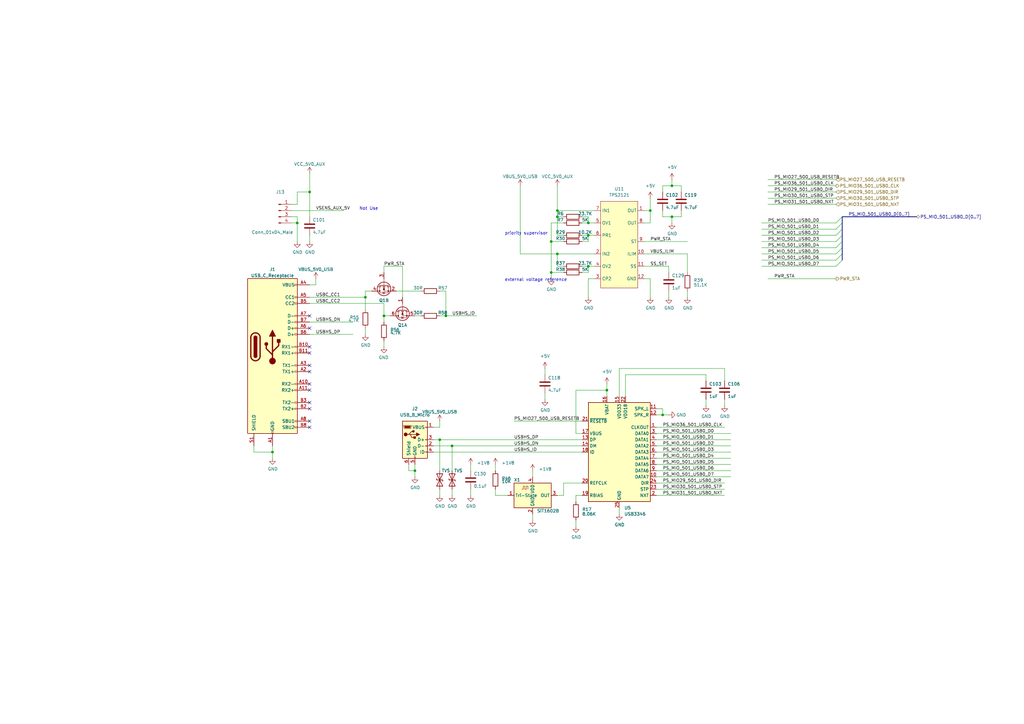
<source format=kicad_sch>
(kicad_sch (version 20220126) (generator eeschema)
  (paper "A3")
  (lib_symbols
    (symbol "7z010_ddr:USB_B_Micro" (pin_names (offset 1.016))
      (property "Reference" "J2" (at 0 12.7 0))
      (property "Value" "USB_B_Micro" (at 0 10.16 0))
      (symbol "USB_B_Micro_0_1"
        (rectangle (start -5.08 -7.62) (end 5.08 7.62) (stroke (width 0.254)) (fill (type background)))
        (circle (center -3.81 2.159) (radius 0.635) (stroke (width 0.254)) (fill (type outline)))
        (circle (center -0.635 3.429) (radius 0.381) (stroke (width 0.254)) (fill (type outline)))
        (rectangle (start -0.127 -7.62) (end 0.127 -6.858))
        (polyline (pts (xy -1.905 2.159) (xy 0.635 2.159)) (stroke (width 0.254)))
        (polyline (pts (xy -3.175 2.159) (xy -2.54 2.159) (xy -1.27 3.429) (xy -0.635 3.429)) (stroke (width 0.254)))
        (polyline (pts (xy -2.54 2.159) (xy -1.905 2.159) (xy -1.27 0.889) (xy 0 0.889)) (stroke (width 0.254)))
        (polyline (pts (xy 0.635 2.794) (xy 0.635 1.524) (xy 1.905 2.159) (xy 0.635 2.794)) (stroke (width 0.254)) (fill (type outline)))
        (polyline (pts (xy -4.318 5.588) (xy -1.778 5.588) (xy -2.032 4.826) (xy -4.064 4.826) (xy -4.318 5.588)) (fill (type outline)))
        (polyline (pts (xy -4.699 5.842) (xy -4.699 5.588) (xy -4.445 4.826) (xy -4.445 4.572) (xy -1.651 4.572) (xy -1.651 4.826) (xy -1.397 5.588) (xy -1.397 5.842) (xy -4.699 5.842)))
        (rectangle (start 0.254 1.27) (end -0.508 0.508) (stroke (width 0.254)) (fill (type outline)))
        (rectangle (start 5.08 -5.207) (end 4.318 -4.953))
        (rectangle (start 5.08 -2.667) (end 4.318 -2.413))
        (rectangle (start 5.08 -0.127) (end 4.318 0.127))
        (rectangle (start 5.08 4.953) (end 4.318 5.207))
      )
      (symbol "USB_B_Micro_1_1"
        (pin power_out line (at 7.62 5.08 180) (length 2.54) (name "VBUS") (number "1"))
        (pin bidirectional line (at 7.62 -2.54 180) (length 2.54) (name "D-") (number "2"))
        (pin bidirectional line (at 7.62 0 180) (length 2.54) (name "D+") (number "3"))
        (pin passive line (at 7.62 -5.08 180) (length 2.54) (name "ID") (number "4"))
        (pin passive line (at 0 -10.16 90) (length 2.54) (name "GND") (number "5"))
        (pin passive line (at -2.54 -10.16 90) (length 2.54) (name "Shield") (number "6"))
      )
    )
    (symbol "7z010_ddr:VBUS_5V0_USB" (power) (pin_names (offset 0))
      (property "Value" "VBUS_5V0_USB" (at 0 3.81 0))
      (symbol "VBUS_5V0_USB_0_1"
        (polyline (pts (xy -0.762 1.27) (xy 0 2.54)))
        (polyline (pts (xy 0 0) (xy 0 2.54)))
        (polyline (pts (xy 0 2.54) (xy 0.762 1.27)))
      )
      (symbol "VBUS_5V0_USB_1_1"
        (pin power_in line (at 0 0 180) (length 0) hide (name "VBUS_5V0_USB") (number "1"))
      )
    )
    (symbol "7z010_ddr:VCC_5V0_AUX" (power) (pin_names (offset 0))
      (property "Value" "VCC_5V0_AUX" (at 0 3.81 0))
      (symbol "VCC_5V0_AUX_0_1"
        (polyline (pts (xy -0.762 1.27) (xy 0 2.54)))
        (polyline (pts (xy 0 0) (xy 0 2.54)))
        (polyline (pts (xy 0 2.54) (xy 0.762 1.27)))
      )
      (symbol "VCC_5V0_AUX_1_1"
        (pin power_in line (at 0 0 90) (length 0) hide (name "VCC_5V0_AUX") (number "1"))
      )
    )
    (symbol "Connector:Conn_01x04_Male" (pin_names (offset 1.016) hide)
      (property "Reference" "J" (at 0 5.08 0))
      (property "Value" "Conn_01x04_Male" (at 0 -7.62 0))
      (symbol "Conn_01x04_Male_1_1"
        (polyline (pts (xy 1.27 -5.08) (xy 0.8636 -5.08)) (stroke (width 0.1524)))
        (polyline (pts (xy 1.27 -2.54) (xy 0.8636 -2.54)) (stroke (width 0.1524)))
        (polyline (pts (xy 1.27 0) (xy 0.8636 0)) (stroke (width 0.1524)))
        (polyline (pts (xy 1.27 2.54) (xy 0.8636 2.54)) (stroke (width 0.1524)))
        (rectangle (start 0.8636 -4.953) (end 0 -5.207) (stroke (width 0.1524)) (fill (type outline)))
        (rectangle (start 0.8636 -2.413) (end 0 -2.667) (stroke (width 0.1524)) (fill (type outline)))
        (rectangle (start 0.8636 0.127) (end 0 -0.127) (stroke (width 0.1524)) (fill (type outline)))
        (rectangle (start 0.8636 2.667) (end 0 2.413) (stroke (width 0.1524)) (fill (type outline)))
        (pin passive line (at 5.08 2.54 180) (length 3.81) (name "Pin_1") (number "1"))
        (pin passive line (at 5.08 0 180) (length 3.81) (name "Pin_2") (number "2"))
        (pin passive line (at 5.08 -2.54 180) (length 3.81) (name "Pin_3") (number "3"))
        (pin passive line (at 5.08 -5.08 180) (length 3.81) (name "Pin_4") (number "4"))
      )
    )
    (symbol "Connector:USB_C_Receptacle" (pin_names (offset 1.016))
      (property "Reference" "J" (at -10.16 29.21 0))
      (property "Value" "USB_C_Receptacle" (at 10.16 29.21 0))
      (symbol "USB_C_Receptacle_0_0"
        (rectangle (start -0.254 -35.56) (end 0.254 -34.544))
        (rectangle (start 10.16 -32.766) (end 9.144 -33.274))
        (rectangle (start 10.16 -30.226) (end 9.144 -30.734))
        (rectangle (start 10.16 -25.146) (end 9.144 -25.654))
        (rectangle (start 10.16 -22.606) (end 9.144 -23.114))
        (rectangle (start 10.16 -17.526) (end 9.144 -18.034))
        (rectangle (start 10.16 -14.986) (end 9.144 -15.494))
        (rectangle (start 10.16 -9.906) (end 9.144 -10.414))
        (rectangle (start 10.16 -7.366) (end 9.144 -7.874))
        (rectangle (start 10.16 -2.286) (end 9.144 -2.794))
        (rectangle (start 10.16 0.254) (end 9.144 -0.254))
        (rectangle (start 10.16 5.334) (end 9.144 4.826))
        (rectangle (start 10.16 7.874) (end 9.144 7.366))
        (rectangle (start 10.16 10.414) (end 9.144 9.906))
        (rectangle (start 10.16 12.954) (end 9.144 12.446))
        (rectangle (start 10.16 18.034) (end 9.144 17.526))
        (rectangle (start 10.16 20.574) (end 9.144 20.066))
        (rectangle (start 10.16 25.654) (end 9.144 25.146))
      )
      (symbol "USB_C_Receptacle_0_1"
        (rectangle (start -10.16 27.94) (end 10.16 -35.56) (stroke (width 0.254)) (fill (type background)))
        (arc (start -8.89 -3.81) (mid -6.985 -5.7067) (end -5.08 -3.81) (stroke (width 0.508)))
        (arc (start -7.62 -3.81) (mid -6.985 -4.4422) (end -6.35 -3.81) (stroke (width 0.254)))
        (arc (start -7.62 -3.81) (mid -6.985 -4.4422) (end -6.35 -3.81) (stroke (width 0.254)) (fill (type outline)))
        (rectangle (start -7.62 -3.81) (end -6.35 3.81) (stroke (width 0.254)) (fill (type outline)))
        (arc (start -6.35 3.81) (mid -6.985 4.4422) (end -7.62 3.81) (stroke (width 0.254)))
        (arc (start -6.35 3.81) (mid -6.985 4.4422) (end -7.62 3.81) (stroke (width 0.254)) (fill (type outline)))
        (arc (start -5.08 3.81) (mid -6.985 5.7067) (end -8.89 3.81) (stroke (width 0.508)))
        (polyline (pts (xy -8.89 -3.81) (xy -8.89 3.81)) (stroke (width 0.508)))
        (polyline (pts (xy -5.08 3.81) (xy -5.08 -3.81)) (stroke (width 0.508)))
      )
      (symbol "USB_C_Receptacle_1_1"
        (circle (center -2.54 1.143) (radius 0.635) (stroke (width 0.254)) (fill (type outline)))
        (circle (center 0 -5.842) (radius 1.27) (fill (type outline)))
        (polyline (pts (xy 0 -5.842) (xy 0 4.318)) (stroke (width 0.508)))
        (polyline (pts (xy 0 -3.302) (xy -2.54 -0.762) (xy -2.54 0.508)) (stroke (width 0.508)))
        (polyline (pts (xy 0 -2.032) (xy 2.54 0.508) (xy 2.54 1.778)) (stroke (width 0.508)))
        (polyline (pts (xy -1.27 4.318) (xy 0 6.858) (xy 1.27 4.318) (xy -1.27 4.318)) (stroke (width 0.254)) (fill (type outline)))
        (rectangle (start 1.905 1.778) (end 3.175 3.048) (stroke (width 0.254)) (fill (type outline)))
        (pin passive line (at 0 -40.64 90) (length 5.08) (name "GND") (number "A1"))
        (pin bidirectional line (at 15.24 -15.24 180) (length 5.08) (name "RX2-") (number "A10"))
        (pin bidirectional line (at 15.24 -17.78 180) (length 5.08) (name "RX2+") (number "A11"))
        (pin passive line (at 0 -40.64 90) (length 5.08) hide (name "GND") (number "A12"))
        (pin bidirectional line (at 15.24 -10.16 180) (length 5.08) (name "TX1+") (number "A2"))
        (pin bidirectional line (at 15.24 -7.62 180) (length 5.08) (name "TX1-") (number "A3"))
        (pin passive line (at 15.24 25.4 180) (length 5.08) (name "VBUS") (number "A4"))
        (pin bidirectional line (at 15.24 20.32 180) (length 5.08) (name "CC1") (number "A5"))
        (pin bidirectional line (at 15.24 7.62 180) (length 5.08) (name "D+") (number "A6"))
        (pin bidirectional line (at 15.24 12.7 180) (length 5.08) (name "D-") (number "A7"))
        (pin bidirectional line (at 15.24 -30.48 180) (length 5.08) (name "SBU1") (number "A8"))
        (pin passive line (at 15.24 25.4 180) (length 5.08) hide (name "VBUS") (number "A9"))
        (pin passive line (at 0 -40.64 90) (length 5.08) hide (name "GND") (number "B1"))
        (pin bidirectional line (at 15.24 0 180) (length 5.08) (name "RX1-") (number "B10"))
        (pin bidirectional line (at 15.24 -2.54 180) (length 5.08) (name "RX1+") (number "B11"))
        (pin passive line (at 0 -40.64 90) (length 5.08) hide (name "GND") (number "B12"))
        (pin bidirectional line (at 15.24 -25.4 180) (length 5.08) (name "TX2+") (number "B2"))
        (pin bidirectional line (at 15.24 -22.86 180) (length 5.08) (name "TX2-") (number "B3"))
        (pin passive line (at 15.24 25.4 180) (length 5.08) hide (name "VBUS") (number "B4"))
        (pin bidirectional line (at 15.24 17.78 180) (length 5.08) (name "CC2") (number "B5"))
        (pin bidirectional line (at 15.24 5.08 180) (length 5.08) (name "D+") (number "B6"))
        (pin bidirectional line (at 15.24 10.16 180) (length 5.08) (name "D-") (number "B7"))
        (pin bidirectional line (at 15.24 -33.02 180) (length 5.08) (name "SBU2") (number "B8"))
        (pin passive line (at 15.24 25.4 180) (length 5.08) hide (name "VBUS") (number "B9"))
        (pin passive line (at -7.62 -40.64 90) (length 5.08) (name "SHIELD") (number "S1"))
      )
    )
    (symbol "Device:C" (pin_numbers hide) (pin_names (offset 0.254))
      (property "Reference" "C" (at 0.635 2.54 0))
      (property "Value" "C" (at 0.635 -2.54 0))
      (symbol "C_0_1"
        (polyline (pts (xy -2.032 -0.762) (xy 2.032 -0.762)) (stroke (width 0.508)))
        (polyline (pts (xy -2.032 0.762) (xy 2.032 0.762)) (stroke (width 0.508)))
      )
      (symbol "C_1_1"
        (pin passive line (at 0 3.81 270) (length 2.794) (name "~") (number "1"))
        (pin passive line (at 0 -3.81 90) (length 2.794) (name "~") (number "2"))
      )
    )
    (symbol "Device:D_TVS" (pin_numbers hide) (pin_names (offset 1.016) hide)
      (property "Reference" "D" (at 0 2.54 0))
      (property "Value" "D_TVS" (at 0 -2.54 0))
      (symbol "D_TVS_0_1"
        (polyline (pts (xy 1.27 0) (xy -1.27 0)))
        (polyline (pts (xy 0.508 1.27) (xy 0 1.27) (xy 0 -1.27) (xy -0.508 -1.27)) (stroke (width 0.254)))
        (polyline (pts (xy -2.54 1.27) (xy -2.54 -1.27) (xy 2.54 1.27) (xy 2.54 -1.27) (xy -2.54 1.27)) (stroke (width 0.254)))
      )
      (symbol "D_TVS_1_1"
        (pin passive line (at -3.81 0 0) (length 2.54) (name "A1") (number "1"))
        (pin passive line (at 3.81 0 180) (length 2.54) (name "A2") (number "2"))
      )
    )
    (symbol "Device:Q_Dual_NMOS_G1S2G2D2S1D1" (pin_names (offset 0) hide)
      (property "Reference" "Q" (at 6.35 1.27 0))
      (property "Value" "Q_Dual_NMOS_G1S2G2D2S1D1" (at 19.05 -1.27 0))
      (symbol "Q_Dual_NMOS_G1S2G2D2S1D1_0_1"
        (polyline (pts (xy 0.254 0) (xy -2.54 0)))
        (polyline (pts (xy 0.254 1.905) (xy 0.254 -1.905)) (stroke (width 0.254)))
        (polyline (pts (xy 0.762 -1.27) (xy 0.762 -2.286)) (stroke (width 0.254)))
        (polyline (pts (xy 0.762 0.508) (xy 0.762 -0.508)) (stroke (width 0.254)))
        (polyline (pts (xy 0.762 2.286) (xy 0.762 1.27)) (stroke (width 0.254)))
        (polyline (pts (xy 2.54 2.54) (xy 2.54 1.778)))
        (polyline (pts (xy 2.54 -2.54) (xy 2.54 0) (xy 0.762 0)))
        (polyline (pts (xy 0.762 -1.778) (xy 3.302 -1.778) (xy 3.302 1.778) (xy 0.762 1.778)))
        (polyline (pts (xy 1.016 0) (xy 2.032 0.381) (xy 2.032 -0.381) (xy 1.016 0)) (fill (type outline)))
        (polyline (pts (xy 2.794 0.508) (xy 2.921 0.381) (xy 3.683 0.381) (xy 3.81 0.254)))
        (polyline (pts (xy 3.302 0.381) (xy 2.921 -0.254) (xy 3.683 -0.254) (xy 3.302 0.381)))
        (circle (center 1.651 0) (radius 2.794) (stroke (width 0.254)))
        (circle (center 2.54 -1.778) (radius 0.254) (fill (type outline)))
        (circle (center 2.54 1.778) (radius 0.254) (fill (type outline)))
      )
      (symbol "Q_Dual_NMOS_G1S2G2D2S1D1_1_1"
        (pin input line (at -5.08 0 0) (length 2.54) (name "G") (number "1"))
        (pin passive line (at 2.54 -5.08 90) (length 2.54) (name "S") (number "5"))
        (pin passive line (at 2.54 5.08 270) (length 2.54) (name "D") (number "6"))
      )
      (symbol "Q_Dual_NMOS_G1S2G2D2S1D1_2_1"
        (pin passive line (at 2.54 -5.08 90) (length 2.54) (name "S") (number "2"))
        (pin input line (at -5.08 0 0) (length 2.54) (name "G") (number "3"))
        (pin passive line (at 2.54 5.08 270) (length 2.54) (name "D") (number "4"))
      )
    )
    (symbol "Device:R" (pin_numbers hide) (pin_names (offset 0))
      (property "Reference" "R" (at 2.032 0 90))
      (property "Value" "R" (at 0 0 90))
      (symbol "R_0_1"
        (rectangle (start -1.016 -2.54) (end 1.016 2.54) (stroke (width 0.254)))
      )
      (symbol "R_1_1"
        (pin passive line (at 0 3.81 270) (length 1.27) (name "~") (number "1"))
        (pin passive line (at 0 -3.81 90) (length 1.27) (name "~") (number "2"))
      )
    )
    (symbol "Interface_USB:USB3346"
      (property "Reference" "U" (at 0 2.54 0))
      (property "Value" "USB3346" (at 0 0 0))
      (symbol "USB3346_0_1"
        (rectangle (start -12.7 20.32) (end 12.7 -20.32) (stroke (width 0.254)) (fill (type background)))
      )
      (symbol "USB3346_1_1"
        (pin output line (at 15.24 10.16 180) (length 2.54) (name "CLKOUT") (number "1"))
        (pin bidirectional line (at 15.24 -10.16 180) (length 2.54) (name "DATA7") (number "10"))
        (pin bidirectional line (at 15.24 17.78 180) (length 2.54) (name "SPK_L") (number "11"))
        (pin bidirectional line (at 15.24 15.24 180) (length 2.54) (name "SPK_R") (number "12"))
        (pin bidirectional line (at -15.24 5.08 0) (length 2.54) (name "DP") (number "13"))
        (pin bidirectional line (at -15.24 2.54 0) (length 2.54) (name "DM") (number "14"))
        (pin power_out line (at 0 22.86 270) (length 2.54) (name "VDD33") (number "15"))
        (pin power_in line (at -5.08 22.86 270) (length 2.54) (name "VBAT") (number "16"))
        (pin input line (at -15.24 7.62 0) (length 2.54) (name "VBUS") (number "17"))
        (pin input line (at -15.24 0 0) (length 2.54) (name "ID") (number "18"))
        (pin passive line (at -15.24 -17.78 0) (length 2.54) (name "RBIAS") (number "19"))
        (pin output line (at 15.24 -17.78 180) (length 2.54) (name "NXT") (number "2"))
        (pin input line (at -15.24 -12.7 0) (length 2.54) (name "REFCLK") (number "20"))
        (pin input line (at -15.24 12.7 0) (length 2.54) (name "~{RESETB}") (number "21"))
        (pin power_out line (at 2.54 22.86 270) (length 2.54) (name "VDD18") (number "22"))
        (pin input line (at 15.24 -15.24 180) (length 2.54) (name "STP") (number "23"))
        (pin output line (at 15.24 -12.7 180) (length 2.54) (name "DIR") (number "24"))
        (pin power_in line (at 0 -22.86 90) (length 2.54) (name "GND") (number "25"))
        (pin bidirectional line (at 15.24 7.62 180) (length 2.54) (name "DATA0") (number "3"))
        (pin bidirectional line (at 15.24 5.08 180) (length 2.54) (name "DATA1") (number "4"))
        (pin bidirectional line (at 15.24 2.54 180) (length 2.54) (name "DATA2") (number "5"))
        (pin bidirectional line (at 15.24 0 180) (length 2.54) (name "DATA3") (number "6"))
        (pin bidirectional line (at 15.24 -2.54 180) (length 2.54) (name "DATA4") (number "7"))
        (pin bidirectional line (at 15.24 -5.08 180) (length 2.54) (name "DATA5") (number "8"))
        (pin bidirectional line (at 15.24 -7.62 180) (length 2.54) (name "DATA6") (number "9"))
      )
    )
    (symbol "Load_Switch_Local:TPS2121"
      (property "Reference" "U" (at 0 19.05 0))
      (property "Value" "TPS2121" (at 0 -19.05 0))
      (symbol "TPS2121_0_1"
        (rectangle (start -7.62 17.78) (end 7.62 -17.78) (stroke (width 0.1524)) (fill (type background)))
      )
      (symbol "TPS2121_1_1"
        (pin power_out line (at 10.16 13.97 180) (length 2.54) (name "OUT") (number "1"))
        (pin output line (at 10.16 -3.81 180) (length 2.54) (name "ILIM") (number "10"))
        (pin output line (at 10.16 -8.89 180) (length 2.54) (name "SS") (number "11"))
        (pin passive line (at 10.16 -13.97 180) (length 2.54) (name "GND") (number "12"))
        (pin power_in line (at -10.16 -3.81 0) (length 2.54) (name "IN2") (number "2"))
        (pin input line (at -10.16 -13.97 0) (length 2.54) (name "CP2") (number "3"))
        (pin input line (at -10.16 -8.89 0) (length 2.54) (name "OV2") (number "4"))
        (pin input line (at -10.16 8.89 0) (length 2.54) (name "OV1") (number "5"))
        (pin input line (at -10.16 3.81 0) (length 2.54) (name "PR1") (number "6"))
        (pin power_in line (at -10.16 13.97 0) (length 2.54) (name "IN1") (number "7"))
        (pin power_out line (at 10.16 8.89 180) (length 2.54) (name "OUT") (number "8"))
        (pin output line (at 10.16 1.27 180) (length 2.54) (name "ST") (number "9"))
      )
    )
    (symbol "Oscillator:ECS-2520MV-xxx-xx"
      (property "Reference" "X" (at -5.08 6.35 0))
      (property "Value" "ECS-2520MV-xxx-xx" (at 1.27 -6.35 0))
      (symbol "ECS-2520MV-xxx-xx_0_1"
        (rectangle (start -7.62 5.08) (end 7.62 -5.08) (stroke (width 0.254)) (fill (type background)))
        (polyline (pts (xy -4.445 2.54) (xy -3.81 2.54) (xy -3.81 3.81) (xy -3.175 3.81) (xy -3.175 2.54) (xy -2.54 2.54) (xy -2.54 3.81) (xy -1.905 3.81) (xy -1.905 2.54)))
      )
      (symbol "ECS-2520MV-xxx-xx_1_1"
        (pin input line (at -10.16 0 0) (length 2.54) (name "Tri-State") (number "1"))
        (pin power_in line (at 0 -7.62 90) (length 2.54) (name "GND") (number "2"))
        (pin output line (at 10.16 0 180) (length 2.54) (name "OUT") (number "3"))
        (pin power_in line (at 0 7.62 270) (length 2.54) (name "VDD") (number "4"))
      )
    )
    (symbol "power:+1V8" (power) (pin_names (offset 0))
      (property "Value" "+1V8" (at 0 3.556 0))
      (symbol "+1V8_0_1"
        (polyline (pts (xy -0.762 1.27) (xy 0 2.54)))
        (polyline (pts (xy 0 0) (xy 0 2.54)))
        (polyline (pts (xy 0 2.54) (xy 0.762 1.27)))
      )
      (symbol "+1V8_1_1"
        (pin power_in line (at 0 0 90) (length 0) hide (name "+1V8") (number "1"))
      )
    )
    (symbol "power:+5V" (power) (pin_names (offset 0))
      (property "Value" "+5V" (at 0 3.556 0))
      (symbol "+5V_0_1"
        (polyline (pts (xy -0.762 1.27) (xy 0 2.54)))
        (polyline (pts (xy 0 0) (xy 0 2.54)))
        (polyline (pts (xy 0 2.54) (xy 0.762 1.27)))
      )
      (symbol "+5V_1_1"
        (pin power_in line (at 0 0 90) (length 0) hide (name "+5V") (number "1"))
      )
    )
    (symbol "power:GND" (power) (pin_names (offset 0))
      (property "Value" "GND" (at 0 -3.81 0))
      (symbol "GND_0_1"
        (polyline (pts (xy 0 0) (xy 0 -1.27) (xy 1.27 -1.27) (xy 0 -2.54) (xy -1.27 -1.27) (xy 0 -1.27)))
      )
      (symbol "GND_1_1"
        (pin power_in line (at 0 0 270) (length 0) hide (name "GND") (number "1"))
      )
    )
  )
  (junction (at 157.48 129.54))
  (junction (at 241.3 91.44))
  (junction (at 228.6 104.14))
  (junction (at 226.06 111.76))
  (junction (at 248.92 160.02))
  (junction (at 275.59 76.2))
  (junction (at 127 78.74))
  (junction (at 180.34 180.34))
  (junction (at 226.06 99.06))
  (junction (at 185.42 182.88))
  (junction (at 170.18 193.04))
  (junction (at 228.6 88.9))
  (junction (at 228.6 86.36))
  (junction (at 182.88 129.54))
  (junction (at 121.92 91.44))
  (junction (at 111.76 185.42))
  (junction (at 149.86 121.92))
  (junction (at 275.59 88.9))
  (junction (at 241.3 96.52))
  (junction (at 266.7 86.36))
  (junction (at 241.3 109.22))
  (junction (at 271.78 170.18))
  (no_connect (at 127 144.78))
  (no_connect (at 127 152.4))
  (no_connect (at 127 129.54))
  (no_connect (at 127 157.48))
  (no_connect (at 127 172.72))
  (no_connect (at 127 142.24))
  (no_connect (at 127 175.26))
  (no_connect (at 127 165.1))
  (no_connect (at 127 134.62))
  (no_connect (at 127 167.64))
  (no_connect (at 127 149.86))
  (no_connect (at 127 160.02))
  (bus_entry (at 345.44 91.44) (size -2.54 2.54))
  (bus_entry (at 345.44 88.9) (size -2.54 2.54))
  (bus_entry (at 345.44 106.68) (size -2.54 2.54))
  (bus_entry (at 345.44 93.98) (size -2.54 2.54))
  (bus_entry (at 345.44 96.52) (size -2.54 2.54))
  (bus_entry (at 345.44 104.14) (size -2.54 2.54))
  (bus_entry (at 345.44 99.06) (size -2.54 2.54))
  (bus_entry (at 345.44 101.6) (size -2.54 2.54))
  (wire (pts (xy 119.38 86.36) (xy 140.97 86.36)))
  (wire (pts (xy 218.44 210.82) (xy 218.44 213.36)))
  (wire (pts (xy 236.22 213.36) (xy 236.22 215.9)))
  (wire (pts (xy 266.7 114.3) (xy 266.7 121.92)))
  (wire (pts (xy 182.88 119.38) (xy 180.34 119.38)))
  (wire (pts (xy 269.24 195.58) (xy 299.72 195.58)))
  (wire (pts (xy 238.76 99.06) (xy 241.3 99.06)))
  (wire (pts (xy 149.86 119.38) (xy 152.4 119.38)))
  (wire (pts (xy 129.54 114.3) (xy 129.54 116.84)))
  (wire (pts (xy 269.24 177.8) (xy 299.72 177.8)))
  (wire (pts (xy 157.48 111.76) (xy 157.48 109.22)))
  (wire (pts (xy 314.96 78.74) (xy 342.9 78.74)))
  (wire (pts (xy 236.22 160.02) (xy 236.22 177.8)))
  (wire (pts (xy 314.96 76.2) (xy 342.9 76.2)))
  (wire (pts (xy 269.24 182.88) (xy 299.72 182.88)))
  (wire (pts (xy 236.22 177.8) (xy 238.76 177.8)))
  (wire (pts (xy 157.48 124.46) (xy 157.48 129.54)))
  (wire (pts (xy 223.52 153.67) (xy 223.52 151.13)))
  (wire (pts (xy 226.06 111.76) (xy 231.14 111.76)))
  (wire (pts (xy 271.78 88.9) (xy 275.59 88.9)))
  (wire (pts (xy 119.38 91.44) (xy 121.92 91.44)))
  (wire (pts (xy 238.76 91.44) (xy 241.3 91.44)))
  (wire (pts (xy 172.72 129.54) (xy 170.18 129.54)))
  (wire (pts (xy 226.06 99.06) (xy 226.06 111.76)))
  (wire (pts (xy 269.24 203.2) (xy 297.18 203.2)))
  (wire (pts (xy 271.78 170.18) (xy 274.32 170.18)))
  (bus (pts (xy 345.44 88.9) (xy 375.92 88.9)))
  (wire (pts (xy 269.24 200.66) (xy 297.18 200.66)))
  (wire (pts (xy 312.42 106.68) (xy 342.9 106.68)))
  (wire (pts (xy 266.7 91.44) (xy 264.16 91.44)))
  (bus (pts (xy 345.44 91.44) (xy 345.44 93.98)))
  (wire (pts (xy 149.86 119.38) (xy 149.86 121.92)))
  (wire (pts (xy 213.36 104.14) (xy 228.6 104.14)))
  (wire (pts (xy 127 116.84) (xy 129.54 116.84)))
  (wire (pts (xy 269.24 193.04) (xy 299.72 193.04)))
  (wire (pts (xy 127 137.16) (xy 144.78 137.16)))
  (wire (pts (xy 157.48 109.22) (xy 165.1 109.22)))
  (wire (pts (xy 180.34 180.34) (xy 180.34 193.04)))
  (wire (pts (xy 312.42 109.22) (xy 342.9 109.22)))
  (wire (pts (xy 228.6 86.36) (xy 243.84 86.36)))
  (wire (pts (xy 185.42 182.88) (xy 185.42 193.04)))
  (wire (pts (xy 312.42 104.14) (xy 342.9 104.14)))
  (wire (pts (xy 281.94 119.38) (xy 281.94 121.92)))
  (wire (pts (xy 193.04 200.66) (xy 193.04 203.2)))
  (wire (pts (xy 231.14 198.12) (xy 238.76 198.12)))
  (wire (pts (xy 236.22 203.2) (xy 238.76 203.2)))
  (wire (pts (xy 180.34 175.26) (xy 180.34 172.72)))
  (bus (pts (xy 345.44 91.44) (xy 345.44 88.9)))
  (wire (pts (xy 228.6 104.14) (xy 243.84 104.14)))
  (wire (pts (xy 279.4 88.9) (xy 279.4 86.36)))
  (wire (pts (xy 241.3 109.22) (xy 241.3 111.76)))
  (wire (pts (xy 264.16 109.22) (xy 274.32 109.22)))
  (wire (pts (xy 149.86 134.62) (xy 149.86 137.16)))
  (wire (pts (xy 248.92 160.02) (xy 248.92 162.56)))
  (wire (pts (xy 254 208.28) (xy 254 210.82)))
  (bus (pts (xy 345.44 101.6) (xy 345.44 104.14)))
  (wire (pts (xy 256.54 153.67) (xy 256.54 162.56)))
  (wire (pts (xy 228.6 88.9) (xy 228.6 96.52)))
  (wire (pts (xy 127 132.08) (xy 144.78 132.08)))
  (wire (pts (xy 274.32 109.22) (xy 274.32 111.76)))
  (wire (pts (xy 149.86 121.92) (xy 149.86 127)))
  (wire (pts (xy 271.78 170.18) (xy 271.78 167.64)))
  (wire (pts (xy 281.94 104.14) (xy 281.94 111.76)))
  (wire (pts (xy 127 121.92) (xy 149.86 121.92)))
  (wire (pts (xy 269.24 175.26) (xy 297.18 175.26)))
  (bus (pts (xy 345.44 93.98) (xy 345.44 96.52)))
  (wire (pts (xy 203.2 203.2) (xy 203.2 200.66)))
  (wire (pts (xy 312.42 91.44) (xy 342.9 91.44)))
  (wire (pts (xy 314.96 114.3) (xy 342.9 114.3)))
  (wire (pts (xy 264.16 104.14) (xy 281.94 104.14)))
  (wire (pts (xy 170.18 193.04) (xy 170.18 195.58)))
  (wire (pts (xy 269.24 190.5) (xy 299.72 190.5)))
  (wire (pts (xy 203.2 203.2) (xy 208.28 203.2)))
  (wire (pts (xy 223.52 161.29) (xy 223.52 163.83)))
  (wire (pts (xy 236.22 205.74) (xy 236.22 203.2)))
  (wire (pts (xy 127 71.12) (xy 127 78.74)))
  (wire (pts (xy 269.24 187.96) (xy 299.72 187.96)))
  (wire (pts (xy 228.6 96.52) (xy 231.14 96.52)))
  (wire (pts (xy 228.6 104.14) (xy 228.6 109.22)))
  (wire (pts (xy 177.8 175.26) (xy 180.34 175.26)))
  (wire (pts (xy 238.76 109.22) (xy 241.3 109.22)))
  (wire (pts (xy 241.3 88.9) (xy 241.3 91.44)))
  (wire (pts (xy 236.22 160.02) (xy 248.92 160.02)))
  (wire (pts (xy 226.06 91.44) (xy 226.06 99.06)))
  (wire (pts (xy 177.8 185.42) (xy 238.76 185.42)))
  (wire (pts (xy 314.96 81.28) (xy 342.9 81.28)))
  (wire (pts (xy 180.34 200.66) (xy 180.34 203.2)))
  (wire (pts (xy 297.18 163.83) (xy 297.18 166.37)))
  (wire (pts (xy 266.7 86.36) (xy 266.7 91.44)))
  (wire (pts (xy 228.6 76.2) (xy 228.6 86.36)))
  (wire (pts (xy 297.18 151.13) (xy 254 151.13)))
  (wire (pts (xy 289.56 163.83) (xy 289.56 166.37)))
  (wire (pts (xy 119.38 83.82) (xy 121.92 83.82)))
  (wire (pts (xy 264.16 99.06) (xy 281.94 99.06)))
  (wire (pts (xy 241.3 91.44) (xy 243.84 91.44)))
  (wire (pts (xy 111.76 185.42) (xy 111.76 187.96)))
  (wire (pts (xy 241.3 109.22) (xy 243.84 109.22)))
  (wire (pts (xy 121.92 91.44) (xy 121.92 99.06)))
  (wire (pts (xy 241.3 96.52) (xy 241.3 99.06)))
  (wire (pts (xy 121.92 78.74) (xy 127 78.74)))
  (wire (pts (xy 160.02 129.54) (xy 157.48 129.54)))
  (wire (pts (xy 271.78 167.64) (xy 269.24 167.64)))
  (wire (pts (xy 180.34 180.34) (xy 238.76 180.34)))
  (wire (pts (xy 312.42 93.98) (xy 342.9 93.98)))
  (wire (pts (xy 172.72 119.38) (xy 162.56 119.38)))
  (wire (pts (xy 157.48 139.7) (xy 157.48 142.24)))
  (wire (pts (xy 269.24 180.34) (xy 299.72 180.34)))
  (wire (pts (xy 312.42 101.6) (xy 342.9 101.6)))
  (wire (pts (xy 226.06 111.76) (xy 226.06 114.3)))
  (wire (pts (xy 241.3 96.52) (xy 243.84 96.52)))
  (wire (pts (xy 289.56 156.21) (xy 289.56 153.67)))
  (wire (pts (xy 314.96 73.66) (xy 342.9 73.66)))
  (wire (pts (xy 121.92 88.9) (xy 121.92 91.44)))
  (wire (pts (xy 167.64 193.04) (xy 170.18 193.04)))
  (wire (pts (xy 289.56 153.67) (xy 256.54 153.67)))
  (wire (pts (xy 218.44 193.04) (xy 218.44 195.58)))
  (wire (pts (xy 193.04 193.04) (xy 193.04 190.5)))
  (wire (pts (xy 231.14 198.12) (xy 231.14 203.2)))
  (wire (pts (xy 127 96.52) (xy 127 99.06)))
  (wire (pts (xy 228.6 86.36) (xy 228.6 88.9)))
  (wire (pts (xy 165.1 109.22) (xy 165.1 121.92)))
  (wire (pts (xy 238.76 111.76) (xy 241.3 111.76)))
  (wire (pts (xy 228.6 203.2) (xy 231.14 203.2)))
  (wire (pts (xy 241.3 114.3) (xy 241.3 121.92)))
  (wire (pts (xy 314.96 83.82) (xy 342.9 83.82)))
  (wire (pts (xy 228.6 109.22) (xy 231.14 109.22)))
  (wire (pts (xy 210.82 172.72) (xy 238.76 172.72)))
  (wire (pts (xy 213.36 76.2) (xy 213.36 104.14)))
  (wire (pts (xy 182.88 119.38) (xy 182.88 129.54)))
  (wire (pts (xy 127 124.46) (xy 157.48 124.46)))
  (wire (pts (xy 157.48 132.08) (xy 157.48 129.54)))
  (wire (pts (xy 238.76 96.52) (xy 241.3 96.52)))
  (wire (pts (xy 203.2 190.5) (xy 203.2 193.04)))
  (wire (pts (xy 104.14 182.88) (xy 104.14 185.42)))
  (wire (pts (xy 264.16 86.36) (xy 266.7 86.36)))
  (wire (pts (xy 275.59 76.2) (xy 271.78 76.2)))
  (wire (pts (xy 266.7 81.28) (xy 266.7 86.36)))
  (wire (pts (xy 269.24 170.18) (xy 271.78 170.18)))
  (wire (pts (xy 243.84 114.3) (xy 241.3 114.3)))
  (wire (pts (xy 312.42 96.52) (xy 342.9 96.52)))
  (wire (pts (xy 177.8 182.88) (xy 185.42 182.88)))
  (wire (pts (xy 228.6 88.9) (xy 231.14 88.9)))
  (wire (pts (xy 226.06 91.44) (xy 231.14 91.44)))
  (bus (pts (xy 345.44 99.06) (xy 345.44 101.6)))
  (wire (pts (xy 275.59 88.9) (xy 275.59 91.44)))
  (wire (pts (xy 297.18 151.13) (xy 297.18 156.21)))
  (wire (pts (xy 167.64 190.5) (xy 167.64 193.04)))
  (wire (pts (xy 182.88 129.54) (xy 195.58 129.54)))
  (wire (pts (xy 269.24 198.12) (xy 297.18 198.12)))
  (wire (pts (xy 226.06 99.06) (xy 231.14 99.06)))
  (bus (pts (xy 345.44 96.52) (xy 345.44 99.06)))
  (wire (pts (xy 185.42 182.88) (xy 238.76 182.88)))
  (wire (pts (xy 312.42 99.06) (xy 342.9 99.06)))
  (wire (pts (xy 238.76 88.9) (xy 241.3 88.9)))
  (wire (pts (xy 127 78.74) (xy 127 88.9)))
  (wire (pts (xy 275.59 88.9) (xy 279.4 88.9)))
  (wire (pts (xy 254 151.13) (xy 254 162.56)))
  (wire (pts (xy 185.42 200.66) (xy 185.42 203.2)))
  (wire (pts (xy 170.18 190.5) (xy 170.18 193.04)))
  (wire (pts (xy 279.4 78.74) (xy 279.4 76.2)))
  (wire (pts (xy 275.59 76.2) (xy 279.4 76.2)))
  (wire (pts (xy 121.92 78.74) (xy 121.92 83.82)))
  (wire (pts (xy 269.24 185.42) (xy 299.72 185.42)))
  (bus (pts (xy 345.44 104.14) (xy 345.44 106.68)))
  (wire (pts (xy 104.14 185.42) (xy 111.76 185.42)))
  (wire (pts (xy 271.78 86.36) (xy 271.78 88.9)))
  (wire (pts (xy 271.78 76.2) (xy 271.78 78.74)))
  (wire (pts (xy 275.59 73.66) (xy 275.59 76.2)))
  (wire (pts (xy 182.88 129.54) (xy 180.34 129.54)))
  (wire (pts (xy 111.76 182.88) (xy 111.76 185.42)))
  (wire (pts (xy 274.32 119.38) (xy 274.32 121.92)))
  (wire (pts (xy 119.38 88.9) (xy 121.92 88.9)))
  (wire (pts (xy 264.16 114.3) (xy 266.7 114.3)))
  (wire (pts (xy 248.92 157.48) (xy 248.92 160.02)))
  (wire (pts (xy 177.8 180.34) (xy 180.34 180.34)))
  (text "external voltage reference" (at 207.01 115.57 0) (effects (font (size 1.27 1.27)) (justify left bottom)))
  (text "Not Use" (at 147.32 86.36 0) (effects (font (size 1.27 1.27)) (justify left bottom)))
  (text "priority supervisor" (at 207.01 96.52 0) (effects (font (size 1.27 1.27)) (justify left bottom)))
  (label "PS_MIO_501_USB0_D6" (at 271.78 193.04 0))
  (label "PS_MIO_501_USB0_D0" (at 314.96 91.44 0))
  (label "PS_MIO31_501_USB0_NXT" (at 271.78 203.2 0))
  (label "VSENS_AUX_5V" (at 129.54 86.36 0))
  (label "PS_MIO_501_USB0_D6" (at 314.96 106.68 0))
  (label "USBHS_ID" (at 185.42 129.54 0))
  (label "PS_MIO36_501_USB0_CLK" (at 271.78 175.26 0))
  (label "USBHS_DN" (at 129.54 132.08 0))
  (label "VBUS_ILIM" (at 266.7 104.14 0))
  (label "PS_MIO_501_USB0_D4" (at 314.96 101.6 0))
  (label "PS_MIO_501_USB0_D2" (at 271.78 182.88 0))
  (label "PS_MIO_501_USB0_D3" (at 271.78 185.42 0))
  (label "PS_MIO_501_USB0_D5" (at 271.78 190.5 0))
  (label "PS_MIO_501_USB0_D0" (at 271.78 177.8 0))
  (label "PS_MIO30_501_USB0_STP" (at 317.5 81.28 0))
  (label "PWR_STA" (at 266.7 99.06 0))
  (label "PWR_STA" (at 317.5 114.3 0))
  (label "PS_MIO_501_USB0_D5" (at 314.96 104.14 0))
  (label "USBHS_DP" (at 129.54 137.16 0))
  (label "PS_MIO30_501_USB0_STP" (at 271.78 200.66 0))
  (label "PS_MIO_501_USB0_D4" (at 271.78 187.96 0))
  (label "USBHS_DP" (at 210.82 180.34 0))
  (label "PS_MIO31_501_USB0_NXT" (at 317.5 83.82 0))
  (label "SS_SET" (at 266.7 109.22 0))
  (label "PS_MIO29_501_USB0_DIR" (at 317.5 78.74 0))
  (label "PS_MIO36_501_USB0_CLK" (at 317.5 76.2 0))
  (label "PWR_STA" (at 157.48 109.22 0))
  (label "USBHS_DN" (at 210.82 182.88 0))
  (label "USBC_CC1" (at 129.54 121.92 0))
  (label "PS_MIO_501_USB0_D7" (at 271.78 195.58 0))
  (label "PS_MIO_501_USB0_D[0..7]" (at 347.98 88.9 0))
  (label "PS_MIO_501_USB0_D3" (at 314.96 99.06 0))
  (label "USBC_CC2" (at 129.54 124.46 0))
  (label "PS_MIO_501_USB0_D1" (at 271.78 180.34 0))
  (label "PS_MIO_501_USB0_D1" (at 314.96 93.98 0))
  (label "PS_MIO_501_USB0_D2" (at 314.96 96.52 0))
  (label "PS_MIO27_500_USB_RESETB" (at 210.82 172.72 0))
  (label "USBHS_ID" (at 210.82 185.42 0))
  (label "PS_MIO_501_USB0_D7" (at 314.96 109.22 0))
  (label "PS_MIO29_501_USB0_DIR" (at 271.78 198.12 0))
  (label "PS_MIO27_500_USB_RESETB" (at 317.5 73.66 0))
  (hierarchical_label "PWR_STA" (shape output) (at 342.9 114.3 0))
  (hierarchical_label "PS_MIO29_501_USB0_DIR" (shape input) (at 342.9 78.74 0))
  (hierarchical_label "PS_MIO31_501_USB0_NXT" (shape input) (at 342.9 83.82 0))
  (hierarchical_label "PS_MIO36_501_USB0_CLK" (shape output) (at 342.9 76.2 0))
  (hierarchical_label "PS_MIO30_501_USB0_STP" (shape input) (at 342.9 81.28 0))
  (hierarchical_label "PS_MIO27_500_USB_RESETB" (shape input) (at 342.9 73.66 0))
  (hierarchical_label "PS_MIO_501_USB0_D[0..7]" (shape bidirectional) (at 375.92 88.9 0))
  (symbol (lib_id "power:GND") (at 289.56 166.37 0) (unit 1)
    (property "Reference" "#PWR0198" (effects hide))
    (property "Value" "GND" (at 289.687 170.7642 0))
  )
  (symbol (lib_id "power:GND") (at 274.32 170.18 90) (unit 1)
    (property "Reference" "#PWR0233" (effects hide))
    (property "Value" "GND" (at 279.4 170.18 90))
  )
  (symbol (lib_id "7z010_ddr:VBUS_5V0_USB") (at 180.34 172.72 0) (unit 1)
    (property "Reference" "#PWR0252" (effects hide))
    (property "Value" "VBUS_5V0_USB" (at 180.34 168.91 0))
  )
  (symbol (lib_id "power:+5V") (at 248.92 157.48 0) (unit 1)
    (property "Reference" "#PWR0190" (effects hide))
    (property "Value" "+5V" (at 248.92 152.4 0))
  )
  (symbol (lib_id "Device:R") (at 281.94 115.57 0) (unit 1)
    (property "Reference" "R39" (at 284.48 114.935 0) (effects (justify left)))
    (property "Value" "51.1K" (at 284.48 116.84 0) (effects (justify left)))
    (property "Footprint" "Resistor_SMD:R_0201_0603Metric" (effects hide))
  )
  (symbol (lib_id "Device:R") (at 149.86 130.81 0) (mirror x) (unit 1)
    (property "Reference" "R55" (at 147.32 130.175 0) (effects (justify right)))
    (property "Value" "4.7K" (at 147.32 131.445 0) (effects (justify right)))
    (property "Footprint" "Resistor_SMD:R_0201_0603Metric" (effects hide))
  )
  (symbol (lib_id "power:GND") (at 127 99.06 0) (unit 1)
    (property "Reference" "#PWR0200" (effects hide))
    (property "Value" "GND" (at 127.127 103.4542 0))
  )
  (symbol (lib_id "Device:R") (at 234.95 91.44 90) (unit 1)
    (property "Reference" "R7" (at 229.87 90.17 90))
    (property "Value" "5K" (at 240.03 90.17 90))
    (property "Footprint" "Resistor_SMD:R_0201_0603Metric" (effects hide))
  )
  (symbol (lib_id "Oscillator:ECS-2520MV-xxx-xx") (at 218.44 203.2 0) (unit 1)
    (property "Reference" "X1" (at 212.09 196.85 0))
    (property "Value" "SiT1602B" (at 224.79 209.55 0))
    (property "Footprint" "Oscillator:Oscillator_SMD_ECS_2520MV-xxx-xx-4Pin_2.5x2.0mm" (effects hide))
    (property "Datasheet" "https://www.ecsxtal.com/store/pdf/ECS-2520MV.pdf" (effects hide))
  )
  (symbol (lib_id "power:+1V8") (at 193.04 190.5 0) (unit 1)
    (property "Reference" "#PWR0230" (effects hide))
    (property "Value" "+1V8" (at 195.58 189.865 0) (effects (justify left)))
  )
  (symbol (lib_id "power:GND") (at 266.7 121.92 0) (unit 1)
    (property "Reference" "#PWR0115" (effects hide))
    (property "Value" "GND" (at 266.827 126.3142 0))
  )
  (symbol (lib_id "power:GND") (at 218.44 213.36 0) (unit 1)
    (property "Reference" "#PWR0228" (effects hide))
    (property "Value" "GND" (at 218.567 217.7542 0))
  )
  (symbol (lib_id "Device:C") (at 193.04 196.85 0) (unit 1)
    (property "Reference" "C130" (at 194.31 194.31 0) (effects (justify left)))
    (property "Value" "0.1uF" (at 194.31 199.39 0) (effects (justify left)))
    (property "Footprint" "Capacitor_SMD:C_0201_0603Metric" (effects hide))
  )
  (symbol (lib_id "power:GND") (at 281.94 121.92 0) (unit 1)
    (property "Reference" "#PWR0223" (effects hide))
    (property "Value" "GND" (at 282.067 126.3142 0))
  )
  (symbol (lib_id "Device:R") (at 234.95 111.76 90) (unit 1)
    (property "Reference" "R38" (at 229.87 110.49 90))
    (property "Value" "5K" (at 240.03 110.49 90))
    (property "Footprint" "Resistor_SMD:R_0201_0603Metric" (effects hide))
  )
  (symbol (lib_id "Device:C") (at 127 92.71 0) (unit 1)
    (property "Reference" "C101" (at 128.27 90.17 0) (effects (justify left)))
    (property "Value" "4.7uF" (at 128.27 95.25 0) (effects (justify left)))
    (property "Footprint" "Capacitor_SMD:C_0402_1005Metric" (effects hide))
  )
  (symbol (lib_id "Connector:USB_C_Receptacle") (at 111.76 142.24 0) (unit 1)
    (property "Reference" "J1" (at 111.76 110.49 0))
    (property "Value" "USB_C_Receptacle" (at 111.76 113.03 0))
    (property "Footprint" "Connector_USB:USB_C_Receptacle_Amphenol_12401548E4-2A_CircularHoles" (effects hide))
    (property "Datasheet" "https://www.usb.org/sites/default/files/documents/usb_type-c.zip" (effects hide))
  )
  (symbol (lib_id "power:+1V8") (at 218.44 193.04 0) (unit 1)
    (property "Reference" "#PWR0229" (effects hide))
    (property "Value" "+1V8" (at 220.98 192.405 0) (effects (justify left)))
  )
  (symbol (lib_id "power:GND") (at 185.42 203.2 0) (unit 1)
    (property "Reference" "#PWR0237" (effects hide))
    (property "Value" "GND" (at 185.547 207.5942 0))
  )
  (symbol (lib_id "Interface_USB:USB3346") (at 254 185.42 0) (unit 1)
    (property "Reference" "U5" (at 256.0194 208.28 0) (effects (justify left)))
    (property "Value" "USB3346" (at 256.0194 210.82 0) (effects (justify left)))
    (property "Footprint" "Package_DFN_QFN:QFN-24-1EP_4x4mm_P0.5mm_EP2.6x2.6mm" (effects hide))
    (property "Datasheet" "http://ww1.microchip.com/downloads/en/DeviceDoc/334x.pdf" (effects hide))
  )
  (symbol (lib_id "power:GND") (at 254 210.82 0) (unit 1)
    (property "Reference" "#PWR0111" (effects hide))
    (property "Value" "GND" (at 254.127 215.2142 0))
  )
  (symbol (lib_id "power:GND") (at 275.59 91.44 0) (unit 1)
    (property "Reference" "#PWR0196" (effects hide))
    (property "Value" "GND" (at 275.717 95.8342 0))
  )
  (symbol (lib_id "Device:R") (at 176.53 129.54 90) (mirror x) (unit 1)
    (property "Reference" "R58" (at 181.61 128.27 90))
    (property "Value" "30R" (at 171.45 128.27 90))
    (property "Footprint" "Resistor_SMD:R_0201_0603Metric" (effects hide))
  )
  (symbol (lib_id "Device:Q_Dual_NMOS_G1S2G2D2S1D1") (at 165.1 127 90) (mirror x) (unit 1)
    (property "Reference" "Q1" (at 165.1 133.35 90))
    (property "Value" "Q_Dual_NMOS_PMDXB600UNE" (effects hide))
    (property "Footprint" "Package_DFN_QFN:DFN-6-1EP_1.2x1.2mm_P0.4mm_EP0.3x0.94mm_PullBack" (effects hide))
  )
  (symbol (lib_id "7z010_ddr:USB_B_Micro") (at 170.18 180.34 0) (unit 1)
    (property "Reference" "J2" (at 170.18 167.64 0))
    (property "Value" "USB_B_Micro" (at 170.18 170.18 0))
    (property "Footprint" "Connector_USB:USB_Micro-B_Amphenol_10104110_Horizontal" (effects hide))
  )
  (symbol (lib_id "Device:C") (at 297.18 160.02 0) (unit 1)
    (property "Reference" "C106" (at 298.45 157.48 0) (effects (justify left)))
    (property "Value" "1uF" (at 298.45 162.56 0) (effects (justify left)))
    (property "Footprint" "Capacitor_SMD:C_0402_1005Metric" (effects hide))
  )
  (symbol (lib_id "power:GND") (at 241.3 121.92 0) (unit 1)
    (property "Reference" "#PWR0156" (effects hide))
    (property "Value" "GND" (at 241.427 126.3142 0))
  )
  (symbol (lib_id "power:+1V8") (at 203.2 190.5 0) (unit 1)
    (property "Reference" "#PWR0232" (effects hide))
    (property "Value" "+1V8" (at 205.74 189.865 0) (effects (justify left)))
  )
  (symbol (lib_id "Load_Switch_Local:TPS2121") (at 254 100.33 0) (unit 1)
    (property "Reference" "U11" (at 254 77.47 0))
    (property "Value" "TPS2121" (at 254 80.01 0))
    (property "Footprint" "Capacitor_SMD_Local:VQFN-12_2p0_2p5_0p5" (effects hide))
  )
  (symbol (lib_id "power:GND") (at 226.06 114.3 0) (unit 1)
    (property "Reference" "#PWR0134" (effects hide))
    (property "Value" "GND" (at 226.187 118.6942 0))
  )
  (symbol (lib_id "power:GND") (at 121.92 99.06 0) (unit 1)
    (property "Reference" "#PWR0219" (effects hide))
    (property "Value" "GND" (at 122.047 103.4542 0))
  )
  (symbol (lib_id "power:+5V") (at 275.59 73.66 0) (unit 1)
    (property "Reference" "#PWR0222" (effects hide))
    (property "Value" "+5V" (at 275.59 68.58 0))
  )
  (symbol (lib_id "power:GND") (at 193.04 203.2 0) (unit 1)
    (property "Reference" "#PWR0231" (effects hide))
    (property "Value" "GND" (at 193.167 207.5942 0))
  )
  (symbol (lib_id "7z010_ddr:VBUS_5V0_USB") (at 213.36 76.2 0) (unit 1)
    (property "Reference" "#PWR0224" (effects hide))
    (property "Value" "VBUS_5V0_USB" (at 213.36 72.39 0))
  )
  (symbol (lib_id "power:GND") (at 236.22 215.9 0) (unit 1)
    (property "Reference" "#PWR0141" (effects hide))
    (property "Value" "GND" (at 236.347 220.2942 0))
  )
  (symbol (lib_id "Device:C") (at 271.78 82.55 0) (unit 1)
    (property "Reference" "C102" (at 273.05 80.01 0) (effects (justify left)))
    (property "Value" "4.7uF" (at 273.05 85.09 0) (effects (justify left)))
    (property "Footprint" "Capacitor_SMD:C_0402_1005Metric" (effects hide))
  )
  (symbol (lib_id "Device:R") (at 234.95 99.06 90) (unit 1)
    (property "Reference" "R30" (at 229.87 97.79 90))
    (property "Value" "5K" (at 240.03 97.79 90))
    (property "Footprint" "Resistor_SMD:R_0201_0603Metric" (effects hide))
  )
  (symbol (lib_id "power:+5V") (at 266.7 81.28 0) (unit 1)
    (property "Reference" "#PWR0197" (effects hide))
    (property "Value" "+5V" (at 266.7 76.2 0))
  )
  (symbol (lib_id "Device:R") (at 234.95 109.22 90) (unit 1)
    (property "Reference" "R37" (at 229.87 107.95 90))
    (property "Value" "23.7K" (at 240.03 107.95 90))
    (property "Footprint" "Resistor_SMD:R_0201_0603Metric" (effects hide))
  )
  (symbol (lib_id "power:GND") (at 149.86 137.16 0) (unit 1)
    (property "Reference" "#PWR0249" (effects hide))
    (property "Value" "GND" (at 149.987 141.5542 0))
  )
  (symbol (lib_id "Device:D_TVS") (at 185.42 196.85 270) (unit 1)
    (property "Reference" "D5" (effects hide))
    (property "Value" "TVS" (at 187.96 193.04 90))
    (property "Footprint" "Resistor_SMD:R_0201_0603Metric" (effects hide))
  )
  (symbol (lib_id "Connector:Conn_01x04_Male") (at 114.3 86.36 0) (unit 1)
    (property "Reference" "J13" (at 114.935 78.74 0))
    (property "Value" "Conn_01x04_Male" (at 111.76 95.25 0))
    (property "Footprint" "Connector_Local:BM03B-ACHSS-GAN-TF" (effects hide))
  )
  (symbol (lib_id "Device:R") (at 234.95 96.52 90) (unit 1)
    (property "Reference" "R29" (at 229.87 95.25 90))
    (property "Value" "10.2K" (at 240.03 95.25 90))
    (property "Footprint" "Resistor_SMD:R_0201_0603Metric" (effects hide))
  )
  (symbol (lib_id "7z010_ddr:VCC_5V0_AUX") (at 127 71.12 0) (unit 1)
    (property "Reference" "#PWR0208" (effects hide))
    (property "Value" "VCC_5V0_AUX" (at 127 67.31 0))
  )
  (symbol (lib_id "Device:C") (at 279.4 82.55 0) (unit 1)
    (property "Reference" "C119" (at 280.67 80.01 0) (effects (justify left)))
    (property "Value" "4.7uF" (at 280.67 85.09 0) (effects (justify left)))
    (property "Footprint" "Capacitor_SMD:C_0402_1005Metric" (effects hide))
  )
  (symbol (lib_id "Device:C") (at 289.56 160.02 0) (unit 1)
    (property "Reference" "C103" (at 290.83 157.48 0) (effects (justify left)))
    (property "Value" "1uF" (at 290.83 162.56 0) (effects (justify left)))
    (property "Footprint" "Capacitor_SMD:C_0402_1005Metric" (effects hide))
  )
  (symbol (lib_id "Device:R") (at 157.48 135.89 180) (unit 1)
    (property "Reference" "R56" (at 160.02 135.255 0) (effects (justify right)))
    (property "Value" "4.7K" (at 160.02 136.525 0) (effects (justify right)))
    (property "Footprint" "Resistor_SMD:R_0201_0603Metric" (effects hide))
  )
  (symbol (lib_id "Device:R") (at 234.95 88.9 90) (unit 1)
    (property "Reference" "R6" (at 229.87 87.63 90))
    (property "Value" "23.7K" (at 240.03 87.63 90))
    (property "Footprint" "Resistor_SMD:R_0201_0603Metric" (effects hide))
  )
  (symbol (lib_id "power:GND") (at 111.76 187.96 0) (unit 1)
    (property "Reference" "#PWR0108" (effects hide))
    (property "Value" "GND" (at 111.887 192.3542 0))
  )
  (symbol (lib_id "7z010_ddr:VCC_5V0_AUX") (at 228.6 76.2 0) (unit 1)
    (property "Reference" "#PWR0184" (effects hide))
    (property "Value" "VCC_5V0_AUX" (at 228.6 72.39 0))
  )
  (symbol (lib_id "power:GND") (at 170.18 195.58 0) (unit 1)
    (property "Reference" "#PWR0226" (effects hide))
    (property "Value" "GND" (at 170.307 199.9742 0))
  )
  (symbol (lib_id "Device:R") (at 203.2 196.85 0) (unit 1)
    (property "Reference" "R46" (at 205.74 196.215 0) (effects (justify left)))
    (property "Value" "10K" (at 205.74 197.485 0) (effects (justify left)))
    (property "Footprint" "Resistor_SMD:R_0201_0603Metric" (effects hide))
  )
  (symbol (lib_id "power:GND") (at 157.48 142.24 0) (mirror y) (unit 1)
    (property "Reference" "#PWR0210" (effects hide))
    (property "Value" "GND" (at 157.353 146.6342 0))
  )
  (symbol (lib_id "7z010_ddr:VBUS_5V0_USB") (at 129.54 114.3 0) (unit 1)
    (property "Reference" "#PWR0206" (effects hide))
    (property "Value" "VBUS_5V0_USB" (at 129.54 110.49 0))
  )
  (symbol (lib_id "Device:C") (at 223.52 157.48 0) (unit 1)
    (property "Reference" "C118" (at 224.79 154.94 0) (effects (justify left)))
    (property "Value" "4.7uF" (at 224.79 160.02 0) (effects (justify left)))
    (property "Footprint" "Capacitor_SMD:C_0402_1005Metric" (effects hide))
  )
  (symbol (lib_id "Device:C") (at 274.32 115.57 0) (unit 1)
    (property "Reference" "C129" (at 275.59 113.03 0) (effects (justify left)))
    (property "Value" "1uF" (at 275.59 118.11 0) (effects (justify left)))
    (property "Footprint" "Capacitor_SMD:C_0402_1005Metric" (effects hide))
  )
  (symbol (lib_id "Device:R") (at 236.22 209.55 0) (unit 1)
    (property "Reference" "R17" (at 238.76 208.915 0) (effects (justify left)))
    (property "Value" "8.06K" (at 238.76 210.82 0) (effects (justify left)))
    (property "Footprint" "Resistor_SMD:R_0201_0603Metric" (effects hide))
  )
  (symbol (lib_id "power:GND") (at 297.18 166.37 0) (unit 1)
    (property "Reference" "#PWR0199" (effects hide))
    (property "Value" "GND" (at 297.307 170.7642 0))
  )
  (symbol (lib_id "power:GND") (at 180.34 203.2 0) (unit 1)
    (property "Reference" "#PWR0218" (effects hide))
    (property "Value" "GND" (at 180.467 207.5942 0))
  )
  (symbol (lib_id "Device:R") (at 176.53 119.38 90) (mirror x) (unit 1)
    (property "Reference" "R57" (at 181.61 118.11 90))
    (property "Value" "30R" (at 171.45 118.11 90))
    (property "Footprint" "Resistor_SMD:R_0201_0603Metric" (effects hide))
  )
  (symbol (lib_id "power:GND") (at 274.32 121.92 0) (unit 1)
    (property "Reference" "#PWR0191" (effects hide))
    (property "Value" "GND" (at 274.447 126.3142 0))
  )
  (symbol (lib_id "Device:Q_Dual_NMOS_G1S2G2D2S1D1") (at 157.48 116.84 90) (mirror x) (unit 2)
    (property "Reference" "Q1" (at 157.48 123.19 90))
    (property "Value" "Q_Dual_NMOS_PMDXB600UNE" (effects hide))
    (property "Footprint" "Package_DFN_QFN:DFN-6-1EP_1.2x1.2mm_P0.4mm_EP0.3x0.94mm_PullBack" (effects hide))
  )
  (symbol (lib_id "power:+5V") (at 223.52 151.13 0) (unit 1)
    (property "Reference" "#PWR0204" (effects hide))
    (property "Value" "+5V" (at 223.52 146.05 0))
  )
  (symbol (lib_id "Device:D_TVS") (at 180.34 196.85 270) (unit 1)
    (property "Reference" "D4" (effects hide))
    (property "Value" "TVS" (at 182.88 193.04 90))
    (property "Footprint" "Resistor_SMD:R_0201_0603Metric" (effects hide))
  )
  (symbol (lib_id "power:GND") (at 223.52 163.83 0) (unit 1)
    (property "Reference" "#PWR0205" (effects hide))
    (property "Value" "GND" (at 223.647 168.2242 0))
  )
)
</source>
